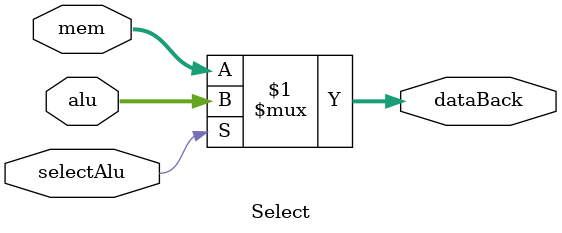
<source format=v>
`timescale 1ns / 1ps


module Select(
    input selectAlu,
    input [31:0] alu,
    input [31:0] mem,
    output [31:0] dataBack
    );
    assign dataBack = selectAlu? alu : mem;
endmodule

</source>
